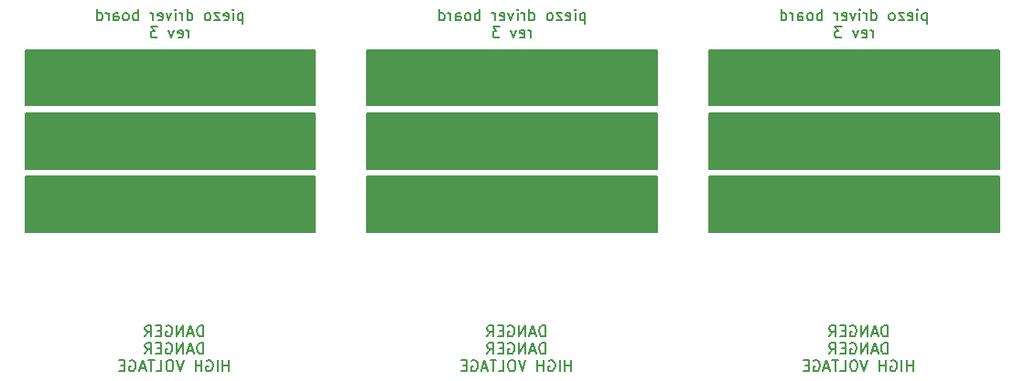
<source format=gbr>
%TF.GenerationSoftware,KiCad,Pcbnew,7.0.5*%
%TF.CreationDate,2023-07-03T18:09:17+02:00*%
%TF.ProjectId,actuator_panel,61637475-6174-46f7-925f-70616e656c2e,rev?*%
%TF.SameCoordinates,Original*%
%TF.FileFunction,Legend,Bot*%
%TF.FilePolarity,Positive*%
%FSLAX46Y46*%
G04 Gerber Fmt 4.6, Leading zero omitted, Abs format (unit mm)*
G04 Created by KiCad (PCBNEW 7.0.5) date 2023-07-03 18:09:17*
%MOMM*%
%LPD*%
G01*
G04 APERTURE LIST*
%ADD10C,0.150000*%
G04 APERTURE END LIST*
D10*
X166525000Y-45000000D02*
X193325000Y-45000000D01*
X193325000Y-50100000D01*
X166525000Y-50100000D01*
X166525000Y-45000000D01*
G36*
X166525000Y-45000000D02*
G01*
X193325000Y-45000000D01*
X193325000Y-50100000D01*
X166525000Y-50100000D01*
X166525000Y-45000000D01*
G37*
X134875000Y-33300000D02*
X161675000Y-33300000D01*
X161675000Y-38400000D01*
X134875000Y-38400000D01*
X134875000Y-33300000D01*
G36*
X134875000Y-33300000D02*
G01*
X161675000Y-33300000D01*
X161675000Y-38400000D01*
X134875000Y-38400000D01*
X134875000Y-33300000D01*
G37*
X103225000Y-45000000D02*
X130025000Y-45000000D01*
X130025000Y-50100000D01*
X103225000Y-50100000D01*
X103225000Y-45000000D01*
G36*
X103225000Y-45000000D02*
G01*
X130025000Y-45000000D01*
X130025000Y-50100000D01*
X103225000Y-50100000D01*
X103225000Y-45000000D01*
G37*
X103225000Y-33300000D02*
X130025000Y-33300000D01*
X130025000Y-38400000D01*
X103225000Y-38400000D01*
X103225000Y-33300000D01*
G36*
X103225000Y-33300000D02*
G01*
X130025000Y-33300000D01*
X130025000Y-38400000D01*
X103225000Y-38400000D01*
X103225000Y-33300000D01*
G37*
X134875000Y-45000000D02*
X161675000Y-45000000D01*
X161675000Y-50100000D01*
X134875000Y-50100000D01*
X134875000Y-45000000D01*
G36*
X134875000Y-45000000D02*
G01*
X161675000Y-45000000D01*
X161675000Y-50100000D01*
X134875000Y-50100000D01*
X134875000Y-45000000D01*
G37*
X166525000Y-33300000D02*
X193325000Y-33300000D01*
X193325000Y-38400000D01*
X166525000Y-38400000D01*
X166525000Y-33300000D01*
G36*
X166525000Y-33300000D02*
G01*
X193325000Y-33300000D01*
X193325000Y-38400000D01*
X166525000Y-38400000D01*
X166525000Y-33300000D01*
G37*
X103225000Y-39150000D02*
X130025000Y-39150000D01*
X130025000Y-44250000D01*
X103225000Y-44250000D01*
X103225000Y-39150000D01*
G36*
X103225000Y-39150000D02*
G01*
X130025000Y-39150000D01*
X130025000Y-44250000D01*
X103225000Y-44250000D01*
X103225000Y-39150000D01*
G37*
X134875000Y-39150000D02*
X161675000Y-39150000D01*
X161675000Y-44250000D01*
X134875000Y-44250000D01*
X134875000Y-39150000D01*
G36*
X134875000Y-39150000D02*
G01*
X161675000Y-39150000D01*
X161675000Y-44250000D01*
X134875000Y-44250000D01*
X134875000Y-39150000D01*
G37*
X166525000Y-39150000D02*
X193325000Y-39150000D01*
X193325000Y-44250000D01*
X166525000Y-44250000D01*
X166525000Y-39150000D01*
G36*
X166525000Y-39150000D02*
G01*
X193325000Y-39150000D01*
X193325000Y-44250000D01*
X166525000Y-44250000D01*
X166525000Y-39150000D01*
G37*
X119691666Y-59794819D02*
X119691666Y-58794819D01*
X119691666Y-58794819D02*
X119453571Y-58794819D01*
X119453571Y-58794819D02*
X119310714Y-58842438D01*
X119310714Y-58842438D02*
X119215476Y-58937676D01*
X119215476Y-58937676D02*
X119167857Y-59032914D01*
X119167857Y-59032914D02*
X119120238Y-59223390D01*
X119120238Y-59223390D02*
X119120238Y-59366247D01*
X119120238Y-59366247D02*
X119167857Y-59556723D01*
X119167857Y-59556723D02*
X119215476Y-59651961D01*
X119215476Y-59651961D02*
X119310714Y-59747200D01*
X119310714Y-59747200D02*
X119453571Y-59794819D01*
X119453571Y-59794819D02*
X119691666Y-59794819D01*
X118739285Y-59509104D02*
X118263095Y-59509104D01*
X118834523Y-59794819D02*
X118501190Y-58794819D01*
X118501190Y-58794819D02*
X118167857Y-59794819D01*
X117834523Y-59794819D02*
X117834523Y-58794819D01*
X117834523Y-58794819D02*
X117263095Y-59794819D01*
X117263095Y-59794819D02*
X117263095Y-58794819D01*
X116263095Y-58842438D02*
X116358333Y-58794819D01*
X116358333Y-58794819D02*
X116501190Y-58794819D01*
X116501190Y-58794819D02*
X116644047Y-58842438D01*
X116644047Y-58842438D02*
X116739285Y-58937676D01*
X116739285Y-58937676D02*
X116786904Y-59032914D01*
X116786904Y-59032914D02*
X116834523Y-59223390D01*
X116834523Y-59223390D02*
X116834523Y-59366247D01*
X116834523Y-59366247D02*
X116786904Y-59556723D01*
X116786904Y-59556723D02*
X116739285Y-59651961D01*
X116739285Y-59651961D02*
X116644047Y-59747200D01*
X116644047Y-59747200D02*
X116501190Y-59794819D01*
X116501190Y-59794819D02*
X116405952Y-59794819D01*
X116405952Y-59794819D02*
X116263095Y-59747200D01*
X116263095Y-59747200D02*
X116215476Y-59699580D01*
X116215476Y-59699580D02*
X116215476Y-59366247D01*
X116215476Y-59366247D02*
X116405952Y-59366247D01*
X115786904Y-59271009D02*
X115453571Y-59271009D01*
X115310714Y-59794819D02*
X115786904Y-59794819D01*
X115786904Y-59794819D02*
X115786904Y-58794819D01*
X115786904Y-58794819D02*
X115310714Y-58794819D01*
X114310714Y-59794819D02*
X114644047Y-59318628D01*
X114882142Y-59794819D02*
X114882142Y-58794819D01*
X114882142Y-58794819D02*
X114501190Y-58794819D01*
X114501190Y-58794819D02*
X114405952Y-58842438D01*
X114405952Y-58842438D02*
X114358333Y-58890057D01*
X114358333Y-58890057D02*
X114310714Y-58985295D01*
X114310714Y-58985295D02*
X114310714Y-59128152D01*
X114310714Y-59128152D02*
X114358333Y-59223390D01*
X114358333Y-59223390D02*
X114405952Y-59271009D01*
X114405952Y-59271009D02*
X114501190Y-59318628D01*
X114501190Y-59318628D02*
X114882142Y-59318628D01*
X119691666Y-61404819D02*
X119691666Y-60404819D01*
X119691666Y-60404819D02*
X119453571Y-60404819D01*
X119453571Y-60404819D02*
X119310714Y-60452438D01*
X119310714Y-60452438D02*
X119215476Y-60547676D01*
X119215476Y-60547676D02*
X119167857Y-60642914D01*
X119167857Y-60642914D02*
X119120238Y-60833390D01*
X119120238Y-60833390D02*
X119120238Y-60976247D01*
X119120238Y-60976247D02*
X119167857Y-61166723D01*
X119167857Y-61166723D02*
X119215476Y-61261961D01*
X119215476Y-61261961D02*
X119310714Y-61357200D01*
X119310714Y-61357200D02*
X119453571Y-61404819D01*
X119453571Y-61404819D02*
X119691666Y-61404819D01*
X118739285Y-61119104D02*
X118263095Y-61119104D01*
X118834523Y-61404819D02*
X118501190Y-60404819D01*
X118501190Y-60404819D02*
X118167857Y-61404819D01*
X117834523Y-61404819D02*
X117834523Y-60404819D01*
X117834523Y-60404819D02*
X117263095Y-61404819D01*
X117263095Y-61404819D02*
X117263095Y-60404819D01*
X116263095Y-60452438D02*
X116358333Y-60404819D01*
X116358333Y-60404819D02*
X116501190Y-60404819D01*
X116501190Y-60404819D02*
X116644047Y-60452438D01*
X116644047Y-60452438D02*
X116739285Y-60547676D01*
X116739285Y-60547676D02*
X116786904Y-60642914D01*
X116786904Y-60642914D02*
X116834523Y-60833390D01*
X116834523Y-60833390D02*
X116834523Y-60976247D01*
X116834523Y-60976247D02*
X116786904Y-61166723D01*
X116786904Y-61166723D02*
X116739285Y-61261961D01*
X116739285Y-61261961D02*
X116644047Y-61357200D01*
X116644047Y-61357200D02*
X116501190Y-61404819D01*
X116501190Y-61404819D02*
X116405952Y-61404819D01*
X116405952Y-61404819D02*
X116263095Y-61357200D01*
X116263095Y-61357200D02*
X116215476Y-61309580D01*
X116215476Y-61309580D02*
X116215476Y-60976247D01*
X116215476Y-60976247D02*
X116405952Y-60976247D01*
X115786904Y-60881009D02*
X115453571Y-60881009D01*
X115310714Y-61404819D02*
X115786904Y-61404819D01*
X115786904Y-61404819D02*
X115786904Y-60404819D01*
X115786904Y-60404819D02*
X115310714Y-60404819D01*
X114310714Y-61404819D02*
X114644047Y-60928628D01*
X114882142Y-61404819D02*
X114882142Y-60404819D01*
X114882142Y-60404819D02*
X114501190Y-60404819D01*
X114501190Y-60404819D02*
X114405952Y-60452438D01*
X114405952Y-60452438D02*
X114358333Y-60500057D01*
X114358333Y-60500057D02*
X114310714Y-60595295D01*
X114310714Y-60595295D02*
X114310714Y-60738152D01*
X114310714Y-60738152D02*
X114358333Y-60833390D01*
X114358333Y-60833390D02*
X114405952Y-60881009D01*
X114405952Y-60881009D02*
X114501190Y-60928628D01*
X114501190Y-60928628D02*
X114882142Y-60928628D01*
X122072618Y-63014819D02*
X122072618Y-62014819D01*
X122072618Y-62491009D02*
X121501190Y-62491009D01*
X121501190Y-63014819D02*
X121501190Y-62014819D01*
X121024999Y-63014819D02*
X121024999Y-62014819D01*
X120025000Y-62062438D02*
X120120238Y-62014819D01*
X120120238Y-62014819D02*
X120263095Y-62014819D01*
X120263095Y-62014819D02*
X120405952Y-62062438D01*
X120405952Y-62062438D02*
X120501190Y-62157676D01*
X120501190Y-62157676D02*
X120548809Y-62252914D01*
X120548809Y-62252914D02*
X120596428Y-62443390D01*
X120596428Y-62443390D02*
X120596428Y-62586247D01*
X120596428Y-62586247D02*
X120548809Y-62776723D01*
X120548809Y-62776723D02*
X120501190Y-62871961D01*
X120501190Y-62871961D02*
X120405952Y-62967200D01*
X120405952Y-62967200D02*
X120263095Y-63014819D01*
X120263095Y-63014819D02*
X120167857Y-63014819D01*
X120167857Y-63014819D02*
X120025000Y-62967200D01*
X120025000Y-62967200D02*
X119977381Y-62919580D01*
X119977381Y-62919580D02*
X119977381Y-62586247D01*
X119977381Y-62586247D02*
X120167857Y-62586247D01*
X119548809Y-63014819D02*
X119548809Y-62014819D01*
X119548809Y-62491009D02*
X118977381Y-62491009D01*
X118977381Y-63014819D02*
X118977381Y-62014819D01*
X117882142Y-62014819D02*
X117548809Y-63014819D01*
X117548809Y-63014819D02*
X117215476Y-62014819D01*
X116691666Y-62014819D02*
X116501190Y-62014819D01*
X116501190Y-62014819D02*
X116405952Y-62062438D01*
X116405952Y-62062438D02*
X116310714Y-62157676D01*
X116310714Y-62157676D02*
X116263095Y-62348152D01*
X116263095Y-62348152D02*
X116263095Y-62681485D01*
X116263095Y-62681485D02*
X116310714Y-62871961D01*
X116310714Y-62871961D02*
X116405952Y-62967200D01*
X116405952Y-62967200D02*
X116501190Y-63014819D01*
X116501190Y-63014819D02*
X116691666Y-63014819D01*
X116691666Y-63014819D02*
X116786904Y-62967200D01*
X116786904Y-62967200D02*
X116882142Y-62871961D01*
X116882142Y-62871961D02*
X116929761Y-62681485D01*
X116929761Y-62681485D02*
X116929761Y-62348152D01*
X116929761Y-62348152D02*
X116882142Y-62157676D01*
X116882142Y-62157676D02*
X116786904Y-62062438D01*
X116786904Y-62062438D02*
X116691666Y-62014819D01*
X115358333Y-63014819D02*
X115834523Y-63014819D01*
X115834523Y-63014819D02*
X115834523Y-62014819D01*
X115167856Y-62014819D02*
X114596428Y-62014819D01*
X114882142Y-63014819D02*
X114882142Y-62014819D01*
X114310713Y-62729104D02*
X113834523Y-62729104D01*
X114405951Y-63014819D02*
X114072618Y-62014819D01*
X114072618Y-62014819D02*
X113739285Y-63014819D01*
X112882142Y-62062438D02*
X112977380Y-62014819D01*
X112977380Y-62014819D02*
X113120237Y-62014819D01*
X113120237Y-62014819D02*
X113263094Y-62062438D01*
X113263094Y-62062438D02*
X113358332Y-62157676D01*
X113358332Y-62157676D02*
X113405951Y-62252914D01*
X113405951Y-62252914D02*
X113453570Y-62443390D01*
X113453570Y-62443390D02*
X113453570Y-62586247D01*
X113453570Y-62586247D02*
X113405951Y-62776723D01*
X113405951Y-62776723D02*
X113358332Y-62871961D01*
X113358332Y-62871961D02*
X113263094Y-62967200D01*
X113263094Y-62967200D02*
X113120237Y-63014819D01*
X113120237Y-63014819D02*
X113024999Y-63014819D01*
X113024999Y-63014819D02*
X112882142Y-62967200D01*
X112882142Y-62967200D02*
X112834523Y-62919580D01*
X112834523Y-62919580D02*
X112834523Y-62586247D01*
X112834523Y-62586247D02*
X113024999Y-62586247D01*
X112405951Y-62491009D02*
X112072618Y-62491009D01*
X111929761Y-63014819D02*
X112405951Y-63014819D01*
X112405951Y-63014819D02*
X112405951Y-62014819D01*
X112405951Y-62014819D02*
X111929761Y-62014819D01*
X182991666Y-59794819D02*
X182991666Y-58794819D01*
X182991666Y-58794819D02*
X182753571Y-58794819D01*
X182753571Y-58794819D02*
X182610714Y-58842438D01*
X182610714Y-58842438D02*
X182515476Y-58937676D01*
X182515476Y-58937676D02*
X182467857Y-59032914D01*
X182467857Y-59032914D02*
X182420238Y-59223390D01*
X182420238Y-59223390D02*
X182420238Y-59366247D01*
X182420238Y-59366247D02*
X182467857Y-59556723D01*
X182467857Y-59556723D02*
X182515476Y-59651961D01*
X182515476Y-59651961D02*
X182610714Y-59747200D01*
X182610714Y-59747200D02*
X182753571Y-59794819D01*
X182753571Y-59794819D02*
X182991666Y-59794819D01*
X182039285Y-59509104D02*
X181563095Y-59509104D01*
X182134523Y-59794819D02*
X181801190Y-58794819D01*
X181801190Y-58794819D02*
X181467857Y-59794819D01*
X181134523Y-59794819D02*
X181134523Y-58794819D01*
X181134523Y-58794819D02*
X180563095Y-59794819D01*
X180563095Y-59794819D02*
X180563095Y-58794819D01*
X179563095Y-58842438D02*
X179658333Y-58794819D01*
X179658333Y-58794819D02*
X179801190Y-58794819D01*
X179801190Y-58794819D02*
X179944047Y-58842438D01*
X179944047Y-58842438D02*
X180039285Y-58937676D01*
X180039285Y-58937676D02*
X180086904Y-59032914D01*
X180086904Y-59032914D02*
X180134523Y-59223390D01*
X180134523Y-59223390D02*
X180134523Y-59366247D01*
X180134523Y-59366247D02*
X180086904Y-59556723D01*
X180086904Y-59556723D02*
X180039285Y-59651961D01*
X180039285Y-59651961D02*
X179944047Y-59747200D01*
X179944047Y-59747200D02*
X179801190Y-59794819D01*
X179801190Y-59794819D02*
X179705952Y-59794819D01*
X179705952Y-59794819D02*
X179563095Y-59747200D01*
X179563095Y-59747200D02*
X179515476Y-59699580D01*
X179515476Y-59699580D02*
X179515476Y-59366247D01*
X179515476Y-59366247D02*
X179705952Y-59366247D01*
X179086904Y-59271009D02*
X178753571Y-59271009D01*
X178610714Y-59794819D02*
X179086904Y-59794819D01*
X179086904Y-59794819D02*
X179086904Y-58794819D01*
X179086904Y-58794819D02*
X178610714Y-58794819D01*
X177610714Y-59794819D02*
X177944047Y-59318628D01*
X178182142Y-59794819D02*
X178182142Y-58794819D01*
X178182142Y-58794819D02*
X177801190Y-58794819D01*
X177801190Y-58794819D02*
X177705952Y-58842438D01*
X177705952Y-58842438D02*
X177658333Y-58890057D01*
X177658333Y-58890057D02*
X177610714Y-58985295D01*
X177610714Y-58985295D02*
X177610714Y-59128152D01*
X177610714Y-59128152D02*
X177658333Y-59223390D01*
X177658333Y-59223390D02*
X177705952Y-59271009D01*
X177705952Y-59271009D02*
X177801190Y-59318628D01*
X177801190Y-59318628D02*
X178182142Y-59318628D01*
X182991666Y-61404819D02*
X182991666Y-60404819D01*
X182991666Y-60404819D02*
X182753571Y-60404819D01*
X182753571Y-60404819D02*
X182610714Y-60452438D01*
X182610714Y-60452438D02*
X182515476Y-60547676D01*
X182515476Y-60547676D02*
X182467857Y-60642914D01*
X182467857Y-60642914D02*
X182420238Y-60833390D01*
X182420238Y-60833390D02*
X182420238Y-60976247D01*
X182420238Y-60976247D02*
X182467857Y-61166723D01*
X182467857Y-61166723D02*
X182515476Y-61261961D01*
X182515476Y-61261961D02*
X182610714Y-61357200D01*
X182610714Y-61357200D02*
X182753571Y-61404819D01*
X182753571Y-61404819D02*
X182991666Y-61404819D01*
X182039285Y-61119104D02*
X181563095Y-61119104D01*
X182134523Y-61404819D02*
X181801190Y-60404819D01*
X181801190Y-60404819D02*
X181467857Y-61404819D01*
X181134523Y-61404819D02*
X181134523Y-60404819D01*
X181134523Y-60404819D02*
X180563095Y-61404819D01*
X180563095Y-61404819D02*
X180563095Y-60404819D01*
X179563095Y-60452438D02*
X179658333Y-60404819D01*
X179658333Y-60404819D02*
X179801190Y-60404819D01*
X179801190Y-60404819D02*
X179944047Y-60452438D01*
X179944047Y-60452438D02*
X180039285Y-60547676D01*
X180039285Y-60547676D02*
X180086904Y-60642914D01*
X180086904Y-60642914D02*
X180134523Y-60833390D01*
X180134523Y-60833390D02*
X180134523Y-60976247D01*
X180134523Y-60976247D02*
X180086904Y-61166723D01*
X180086904Y-61166723D02*
X180039285Y-61261961D01*
X180039285Y-61261961D02*
X179944047Y-61357200D01*
X179944047Y-61357200D02*
X179801190Y-61404819D01*
X179801190Y-61404819D02*
X179705952Y-61404819D01*
X179705952Y-61404819D02*
X179563095Y-61357200D01*
X179563095Y-61357200D02*
X179515476Y-61309580D01*
X179515476Y-61309580D02*
X179515476Y-60976247D01*
X179515476Y-60976247D02*
X179705952Y-60976247D01*
X179086904Y-60881009D02*
X178753571Y-60881009D01*
X178610714Y-61404819D02*
X179086904Y-61404819D01*
X179086904Y-61404819D02*
X179086904Y-60404819D01*
X179086904Y-60404819D02*
X178610714Y-60404819D01*
X177610714Y-61404819D02*
X177944047Y-60928628D01*
X178182142Y-61404819D02*
X178182142Y-60404819D01*
X178182142Y-60404819D02*
X177801190Y-60404819D01*
X177801190Y-60404819D02*
X177705952Y-60452438D01*
X177705952Y-60452438D02*
X177658333Y-60500057D01*
X177658333Y-60500057D02*
X177610714Y-60595295D01*
X177610714Y-60595295D02*
X177610714Y-60738152D01*
X177610714Y-60738152D02*
X177658333Y-60833390D01*
X177658333Y-60833390D02*
X177705952Y-60881009D01*
X177705952Y-60881009D02*
X177801190Y-60928628D01*
X177801190Y-60928628D02*
X178182142Y-60928628D01*
X185372618Y-63014819D02*
X185372618Y-62014819D01*
X185372618Y-62491009D02*
X184801190Y-62491009D01*
X184801190Y-63014819D02*
X184801190Y-62014819D01*
X184324999Y-63014819D02*
X184324999Y-62014819D01*
X183325000Y-62062438D02*
X183420238Y-62014819D01*
X183420238Y-62014819D02*
X183563095Y-62014819D01*
X183563095Y-62014819D02*
X183705952Y-62062438D01*
X183705952Y-62062438D02*
X183801190Y-62157676D01*
X183801190Y-62157676D02*
X183848809Y-62252914D01*
X183848809Y-62252914D02*
X183896428Y-62443390D01*
X183896428Y-62443390D02*
X183896428Y-62586247D01*
X183896428Y-62586247D02*
X183848809Y-62776723D01*
X183848809Y-62776723D02*
X183801190Y-62871961D01*
X183801190Y-62871961D02*
X183705952Y-62967200D01*
X183705952Y-62967200D02*
X183563095Y-63014819D01*
X183563095Y-63014819D02*
X183467857Y-63014819D01*
X183467857Y-63014819D02*
X183325000Y-62967200D01*
X183325000Y-62967200D02*
X183277381Y-62919580D01*
X183277381Y-62919580D02*
X183277381Y-62586247D01*
X183277381Y-62586247D02*
X183467857Y-62586247D01*
X182848809Y-63014819D02*
X182848809Y-62014819D01*
X182848809Y-62491009D02*
X182277381Y-62491009D01*
X182277381Y-63014819D02*
X182277381Y-62014819D01*
X181182142Y-62014819D02*
X180848809Y-63014819D01*
X180848809Y-63014819D02*
X180515476Y-62014819D01*
X179991666Y-62014819D02*
X179801190Y-62014819D01*
X179801190Y-62014819D02*
X179705952Y-62062438D01*
X179705952Y-62062438D02*
X179610714Y-62157676D01*
X179610714Y-62157676D02*
X179563095Y-62348152D01*
X179563095Y-62348152D02*
X179563095Y-62681485D01*
X179563095Y-62681485D02*
X179610714Y-62871961D01*
X179610714Y-62871961D02*
X179705952Y-62967200D01*
X179705952Y-62967200D02*
X179801190Y-63014819D01*
X179801190Y-63014819D02*
X179991666Y-63014819D01*
X179991666Y-63014819D02*
X180086904Y-62967200D01*
X180086904Y-62967200D02*
X180182142Y-62871961D01*
X180182142Y-62871961D02*
X180229761Y-62681485D01*
X180229761Y-62681485D02*
X180229761Y-62348152D01*
X180229761Y-62348152D02*
X180182142Y-62157676D01*
X180182142Y-62157676D02*
X180086904Y-62062438D01*
X180086904Y-62062438D02*
X179991666Y-62014819D01*
X178658333Y-63014819D02*
X179134523Y-63014819D01*
X179134523Y-63014819D02*
X179134523Y-62014819D01*
X178467856Y-62014819D02*
X177896428Y-62014819D01*
X178182142Y-63014819D02*
X178182142Y-62014819D01*
X177610713Y-62729104D02*
X177134523Y-62729104D01*
X177705951Y-63014819D02*
X177372618Y-62014819D01*
X177372618Y-62014819D02*
X177039285Y-63014819D01*
X176182142Y-62062438D02*
X176277380Y-62014819D01*
X176277380Y-62014819D02*
X176420237Y-62014819D01*
X176420237Y-62014819D02*
X176563094Y-62062438D01*
X176563094Y-62062438D02*
X176658332Y-62157676D01*
X176658332Y-62157676D02*
X176705951Y-62252914D01*
X176705951Y-62252914D02*
X176753570Y-62443390D01*
X176753570Y-62443390D02*
X176753570Y-62586247D01*
X176753570Y-62586247D02*
X176705951Y-62776723D01*
X176705951Y-62776723D02*
X176658332Y-62871961D01*
X176658332Y-62871961D02*
X176563094Y-62967200D01*
X176563094Y-62967200D02*
X176420237Y-63014819D01*
X176420237Y-63014819D02*
X176324999Y-63014819D01*
X176324999Y-63014819D02*
X176182142Y-62967200D01*
X176182142Y-62967200D02*
X176134523Y-62919580D01*
X176134523Y-62919580D02*
X176134523Y-62586247D01*
X176134523Y-62586247D02*
X176324999Y-62586247D01*
X175705951Y-62491009D02*
X175372618Y-62491009D01*
X175229761Y-63014819D02*
X175705951Y-63014819D01*
X175705951Y-63014819D02*
X175705951Y-62014819D01*
X175705951Y-62014819D02*
X175229761Y-62014819D01*
X186663095Y-29833152D02*
X186663095Y-30833152D01*
X186663095Y-29880771D02*
X186567857Y-29833152D01*
X186567857Y-29833152D02*
X186377381Y-29833152D01*
X186377381Y-29833152D02*
X186282143Y-29880771D01*
X186282143Y-29880771D02*
X186234524Y-29928390D01*
X186234524Y-29928390D02*
X186186905Y-30023628D01*
X186186905Y-30023628D02*
X186186905Y-30309342D01*
X186186905Y-30309342D02*
X186234524Y-30404580D01*
X186234524Y-30404580D02*
X186282143Y-30452200D01*
X186282143Y-30452200D02*
X186377381Y-30499819D01*
X186377381Y-30499819D02*
X186567857Y-30499819D01*
X186567857Y-30499819D02*
X186663095Y-30452200D01*
X185758333Y-30499819D02*
X185758333Y-29833152D01*
X185758333Y-29499819D02*
X185805952Y-29547438D01*
X185805952Y-29547438D02*
X185758333Y-29595057D01*
X185758333Y-29595057D02*
X185710714Y-29547438D01*
X185710714Y-29547438D02*
X185758333Y-29499819D01*
X185758333Y-29499819D02*
X185758333Y-29595057D01*
X184901191Y-30452200D02*
X184996429Y-30499819D01*
X184996429Y-30499819D02*
X185186905Y-30499819D01*
X185186905Y-30499819D02*
X185282143Y-30452200D01*
X185282143Y-30452200D02*
X185329762Y-30356961D01*
X185329762Y-30356961D02*
X185329762Y-29976009D01*
X185329762Y-29976009D02*
X185282143Y-29880771D01*
X185282143Y-29880771D02*
X185186905Y-29833152D01*
X185186905Y-29833152D02*
X184996429Y-29833152D01*
X184996429Y-29833152D02*
X184901191Y-29880771D01*
X184901191Y-29880771D02*
X184853572Y-29976009D01*
X184853572Y-29976009D02*
X184853572Y-30071247D01*
X184853572Y-30071247D02*
X185329762Y-30166485D01*
X184520238Y-29833152D02*
X183996429Y-29833152D01*
X183996429Y-29833152D02*
X184520238Y-30499819D01*
X184520238Y-30499819D02*
X183996429Y-30499819D01*
X183472619Y-30499819D02*
X183567857Y-30452200D01*
X183567857Y-30452200D02*
X183615476Y-30404580D01*
X183615476Y-30404580D02*
X183663095Y-30309342D01*
X183663095Y-30309342D02*
X183663095Y-30023628D01*
X183663095Y-30023628D02*
X183615476Y-29928390D01*
X183615476Y-29928390D02*
X183567857Y-29880771D01*
X183567857Y-29880771D02*
X183472619Y-29833152D01*
X183472619Y-29833152D02*
X183329762Y-29833152D01*
X183329762Y-29833152D02*
X183234524Y-29880771D01*
X183234524Y-29880771D02*
X183186905Y-29928390D01*
X183186905Y-29928390D02*
X183139286Y-30023628D01*
X183139286Y-30023628D02*
X183139286Y-30309342D01*
X183139286Y-30309342D02*
X183186905Y-30404580D01*
X183186905Y-30404580D02*
X183234524Y-30452200D01*
X183234524Y-30452200D02*
X183329762Y-30499819D01*
X183329762Y-30499819D02*
X183472619Y-30499819D01*
X181520238Y-30499819D02*
X181520238Y-29499819D01*
X181520238Y-30452200D02*
X181615476Y-30499819D01*
X181615476Y-30499819D02*
X181805952Y-30499819D01*
X181805952Y-30499819D02*
X181901190Y-30452200D01*
X181901190Y-30452200D02*
X181948809Y-30404580D01*
X181948809Y-30404580D02*
X181996428Y-30309342D01*
X181996428Y-30309342D02*
X181996428Y-30023628D01*
X181996428Y-30023628D02*
X181948809Y-29928390D01*
X181948809Y-29928390D02*
X181901190Y-29880771D01*
X181901190Y-29880771D02*
X181805952Y-29833152D01*
X181805952Y-29833152D02*
X181615476Y-29833152D01*
X181615476Y-29833152D02*
X181520238Y-29880771D01*
X181044047Y-30499819D02*
X181044047Y-29833152D01*
X181044047Y-30023628D02*
X180996428Y-29928390D01*
X180996428Y-29928390D02*
X180948809Y-29880771D01*
X180948809Y-29880771D02*
X180853571Y-29833152D01*
X180853571Y-29833152D02*
X180758333Y-29833152D01*
X180424999Y-30499819D02*
X180424999Y-29833152D01*
X180424999Y-29499819D02*
X180472618Y-29547438D01*
X180472618Y-29547438D02*
X180424999Y-29595057D01*
X180424999Y-29595057D02*
X180377380Y-29547438D01*
X180377380Y-29547438D02*
X180424999Y-29499819D01*
X180424999Y-29499819D02*
X180424999Y-29595057D01*
X180044047Y-29833152D02*
X179805952Y-30499819D01*
X179805952Y-30499819D02*
X179567857Y-29833152D01*
X178805952Y-30452200D02*
X178901190Y-30499819D01*
X178901190Y-30499819D02*
X179091666Y-30499819D01*
X179091666Y-30499819D02*
X179186904Y-30452200D01*
X179186904Y-30452200D02*
X179234523Y-30356961D01*
X179234523Y-30356961D02*
X179234523Y-29976009D01*
X179234523Y-29976009D02*
X179186904Y-29880771D01*
X179186904Y-29880771D02*
X179091666Y-29833152D01*
X179091666Y-29833152D02*
X178901190Y-29833152D01*
X178901190Y-29833152D02*
X178805952Y-29880771D01*
X178805952Y-29880771D02*
X178758333Y-29976009D01*
X178758333Y-29976009D02*
X178758333Y-30071247D01*
X178758333Y-30071247D02*
X179234523Y-30166485D01*
X178329761Y-30499819D02*
X178329761Y-29833152D01*
X178329761Y-30023628D02*
X178282142Y-29928390D01*
X178282142Y-29928390D02*
X178234523Y-29880771D01*
X178234523Y-29880771D02*
X178139285Y-29833152D01*
X178139285Y-29833152D02*
X178044047Y-29833152D01*
X176948808Y-30499819D02*
X176948808Y-29499819D01*
X176948808Y-29880771D02*
X176853570Y-29833152D01*
X176853570Y-29833152D02*
X176663094Y-29833152D01*
X176663094Y-29833152D02*
X176567856Y-29880771D01*
X176567856Y-29880771D02*
X176520237Y-29928390D01*
X176520237Y-29928390D02*
X176472618Y-30023628D01*
X176472618Y-30023628D02*
X176472618Y-30309342D01*
X176472618Y-30309342D02*
X176520237Y-30404580D01*
X176520237Y-30404580D02*
X176567856Y-30452200D01*
X176567856Y-30452200D02*
X176663094Y-30499819D01*
X176663094Y-30499819D02*
X176853570Y-30499819D01*
X176853570Y-30499819D02*
X176948808Y-30452200D01*
X175901189Y-30499819D02*
X175996427Y-30452200D01*
X175996427Y-30452200D02*
X176044046Y-30404580D01*
X176044046Y-30404580D02*
X176091665Y-30309342D01*
X176091665Y-30309342D02*
X176091665Y-30023628D01*
X176091665Y-30023628D02*
X176044046Y-29928390D01*
X176044046Y-29928390D02*
X175996427Y-29880771D01*
X175996427Y-29880771D02*
X175901189Y-29833152D01*
X175901189Y-29833152D02*
X175758332Y-29833152D01*
X175758332Y-29833152D02*
X175663094Y-29880771D01*
X175663094Y-29880771D02*
X175615475Y-29928390D01*
X175615475Y-29928390D02*
X175567856Y-30023628D01*
X175567856Y-30023628D02*
X175567856Y-30309342D01*
X175567856Y-30309342D02*
X175615475Y-30404580D01*
X175615475Y-30404580D02*
X175663094Y-30452200D01*
X175663094Y-30452200D02*
X175758332Y-30499819D01*
X175758332Y-30499819D02*
X175901189Y-30499819D01*
X174710713Y-30499819D02*
X174710713Y-29976009D01*
X174710713Y-29976009D02*
X174758332Y-29880771D01*
X174758332Y-29880771D02*
X174853570Y-29833152D01*
X174853570Y-29833152D02*
X175044046Y-29833152D01*
X175044046Y-29833152D02*
X175139284Y-29880771D01*
X174710713Y-30452200D02*
X174805951Y-30499819D01*
X174805951Y-30499819D02*
X175044046Y-30499819D01*
X175044046Y-30499819D02*
X175139284Y-30452200D01*
X175139284Y-30452200D02*
X175186903Y-30356961D01*
X175186903Y-30356961D02*
X175186903Y-30261723D01*
X175186903Y-30261723D02*
X175139284Y-30166485D01*
X175139284Y-30166485D02*
X175044046Y-30118866D01*
X175044046Y-30118866D02*
X174805951Y-30118866D01*
X174805951Y-30118866D02*
X174710713Y-30071247D01*
X174234522Y-30499819D02*
X174234522Y-29833152D01*
X174234522Y-30023628D02*
X174186903Y-29928390D01*
X174186903Y-29928390D02*
X174139284Y-29880771D01*
X174139284Y-29880771D02*
X174044046Y-29833152D01*
X174044046Y-29833152D02*
X173948808Y-29833152D01*
X173186903Y-30499819D02*
X173186903Y-29499819D01*
X173186903Y-30452200D02*
X173282141Y-30499819D01*
X173282141Y-30499819D02*
X173472617Y-30499819D01*
X173472617Y-30499819D02*
X173567855Y-30452200D01*
X173567855Y-30452200D02*
X173615474Y-30404580D01*
X173615474Y-30404580D02*
X173663093Y-30309342D01*
X173663093Y-30309342D02*
X173663093Y-30023628D01*
X173663093Y-30023628D02*
X173615474Y-29928390D01*
X173615474Y-29928390D02*
X173567855Y-29880771D01*
X173567855Y-29880771D02*
X173472617Y-29833152D01*
X173472617Y-29833152D02*
X173282141Y-29833152D01*
X173282141Y-29833152D02*
X173186903Y-29880771D01*
X181663095Y-32109819D02*
X181663095Y-31443152D01*
X181663095Y-31633628D02*
X181615476Y-31538390D01*
X181615476Y-31538390D02*
X181567857Y-31490771D01*
X181567857Y-31490771D02*
X181472619Y-31443152D01*
X181472619Y-31443152D02*
X181377381Y-31443152D01*
X180663095Y-32062200D02*
X180758333Y-32109819D01*
X180758333Y-32109819D02*
X180948809Y-32109819D01*
X180948809Y-32109819D02*
X181044047Y-32062200D01*
X181044047Y-32062200D02*
X181091666Y-31966961D01*
X181091666Y-31966961D02*
X181091666Y-31586009D01*
X181091666Y-31586009D02*
X181044047Y-31490771D01*
X181044047Y-31490771D02*
X180948809Y-31443152D01*
X180948809Y-31443152D02*
X180758333Y-31443152D01*
X180758333Y-31443152D02*
X180663095Y-31490771D01*
X180663095Y-31490771D02*
X180615476Y-31586009D01*
X180615476Y-31586009D02*
X180615476Y-31681247D01*
X180615476Y-31681247D02*
X181091666Y-31776485D01*
X180282142Y-31443152D02*
X180044047Y-32109819D01*
X180044047Y-32109819D02*
X179805952Y-31443152D01*
X178758332Y-31109819D02*
X178139285Y-31109819D01*
X178139285Y-31109819D02*
X178472618Y-31490771D01*
X178472618Y-31490771D02*
X178329761Y-31490771D01*
X178329761Y-31490771D02*
X178234523Y-31538390D01*
X178234523Y-31538390D02*
X178186904Y-31586009D01*
X178186904Y-31586009D02*
X178139285Y-31681247D01*
X178139285Y-31681247D02*
X178139285Y-31919342D01*
X178139285Y-31919342D02*
X178186904Y-32014580D01*
X178186904Y-32014580D02*
X178234523Y-32062200D01*
X178234523Y-32062200D02*
X178329761Y-32109819D01*
X178329761Y-32109819D02*
X178615475Y-32109819D01*
X178615475Y-32109819D02*
X178710713Y-32062200D01*
X178710713Y-32062200D02*
X178758332Y-32014580D01*
X151341666Y-59794819D02*
X151341666Y-58794819D01*
X151341666Y-58794819D02*
X151103571Y-58794819D01*
X151103571Y-58794819D02*
X150960714Y-58842438D01*
X150960714Y-58842438D02*
X150865476Y-58937676D01*
X150865476Y-58937676D02*
X150817857Y-59032914D01*
X150817857Y-59032914D02*
X150770238Y-59223390D01*
X150770238Y-59223390D02*
X150770238Y-59366247D01*
X150770238Y-59366247D02*
X150817857Y-59556723D01*
X150817857Y-59556723D02*
X150865476Y-59651961D01*
X150865476Y-59651961D02*
X150960714Y-59747200D01*
X150960714Y-59747200D02*
X151103571Y-59794819D01*
X151103571Y-59794819D02*
X151341666Y-59794819D01*
X150389285Y-59509104D02*
X149913095Y-59509104D01*
X150484523Y-59794819D02*
X150151190Y-58794819D01*
X150151190Y-58794819D02*
X149817857Y-59794819D01*
X149484523Y-59794819D02*
X149484523Y-58794819D01*
X149484523Y-58794819D02*
X148913095Y-59794819D01*
X148913095Y-59794819D02*
X148913095Y-58794819D01*
X147913095Y-58842438D02*
X148008333Y-58794819D01*
X148008333Y-58794819D02*
X148151190Y-58794819D01*
X148151190Y-58794819D02*
X148294047Y-58842438D01*
X148294047Y-58842438D02*
X148389285Y-58937676D01*
X148389285Y-58937676D02*
X148436904Y-59032914D01*
X148436904Y-59032914D02*
X148484523Y-59223390D01*
X148484523Y-59223390D02*
X148484523Y-59366247D01*
X148484523Y-59366247D02*
X148436904Y-59556723D01*
X148436904Y-59556723D02*
X148389285Y-59651961D01*
X148389285Y-59651961D02*
X148294047Y-59747200D01*
X148294047Y-59747200D02*
X148151190Y-59794819D01*
X148151190Y-59794819D02*
X148055952Y-59794819D01*
X148055952Y-59794819D02*
X147913095Y-59747200D01*
X147913095Y-59747200D02*
X147865476Y-59699580D01*
X147865476Y-59699580D02*
X147865476Y-59366247D01*
X147865476Y-59366247D02*
X148055952Y-59366247D01*
X147436904Y-59271009D02*
X147103571Y-59271009D01*
X146960714Y-59794819D02*
X147436904Y-59794819D01*
X147436904Y-59794819D02*
X147436904Y-58794819D01*
X147436904Y-58794819D02*
X146960714Y-58794819D01*
X145960714Y-59794819D02*
X146294047Y-59318628D01*
X146532142Y-59794819D02*
X146532142Y-58794819D01*
X146532142Y-58794819D02*
X146151190Y-58794819D01*
X146151190Y-58794819D02*
X146055952Y-58842438D01*
X146055952Y-58842438D02*
X146008333Y-58890057D01*
X146008333Y-58890057D02*
X145960714Y-58985295D01*
X145960714Y-58985295D02*
X145960714Y-59128152D01*
X145960714Y-59128152D02*
X146008333Y-59223390D01*
X146008333Y-59223390D02*
X146055952Y-59271009D01*
X146055952Y-59271009D02*
X146151190Y-59318628D01*
X146151190Y-59318628D02*
X146532142Y-59318628D01*
X151341666Y-61404819D02*
X151341666Y-60404819D01*
X151341666Y-60404819D02*
X151103571Y-60404819D01*
X151103571Y-60404819D02*
X150960714Y-60452438D01*
X150960714Y-60452438D02*
X150865476Y-60547676D01*
X150865476Y-60547676D02*
X150817857Y-60642914D01*
X150817857Y-60642914D02*
X150770238Y-60833390D01*
X150770238Y-60833390D02*
X150770238Y-60976247D01*
X150770238Y-60976247D02*
X150817857Y-61166723D01*
X150817857Y-61166723D02*
X150865476Y-61261961D01*
X150865476Y-61261961D02*
X150960714Y-61357200D01*
X150960714Y-61357200D02*
X151103571Y-61404819D01*
X151103571Y-61404819D02*
X151341666Y-61404819D01*
X150389285Y-61119104D02*
X149913095Y-61119104D01*
X150484523Y-61404819D02*
X150151190Y-60404819D01*
X150151190Y-60404819D02*
X149817857Y-61404819D01*
X149484523Y-61404819D02*
X149484523Y-60404819D01*
X149484523Y-60404819D02*
X148913095Y-61404819D01*
X148913095Y-61404819D02*
X148913095Y-60404819D01*
X147913095Y-60452438D02*
X148008333Y-60404819D01*
X148008333Y-60404819D02*
X148151190Y-60404819D01*
X148151190Y-60404819D02*
X148294047Y-60452438D01*
X148294047Y-60452438D02*
X148389285Y-60547676D01*
X148389285Y-60547676D02*
X148436904Y-60642914D01*
X148436904Y-60642914D02*
X148484523Y-60833390D01*
X148484523Y-60833390D02*
X148484523Y-60976247D01*
X148484523Y-60976247D02*
X148436904Y-61166723D01*
X148436904Y-61166723D02*
X148389285Y-61261961D01*
X148389285Y-61261961D02*
X148294047Y-61357200D01*
X148294047Y-61357200D02*
X148151190Y-61404819D01*
X148151190Y-61404819D02*
X148055952Y-61404819D01*
X148055952Y-61404819D02*
X147913095Y-61357200D01*
X147913095Y-61357200D02*
X147865476Y-61309580D01*
X147865476Y-61309580D02*
X147865476Y-60976247D01*
X147865476Y-60976247D02*
X148055952Y-60976247D01*
X147436904Y-60881009D02*
X147103571Y-60881009D01*
X146960714Y-61404819D02*
X147436904Y-61404819D01*
X147436904Y-61404819D02*
X147436904Y-60404819D01*
X147436904Y-60404819D02*
X146960714Y-60404819D01*
X145960714Y-61404819D02*
X146294047Y-60928628D01*
X146532142Y-61404819D02*
X146532142Y-60404819D01*
X146532142Y-60404819D02*
X146151190Y-60404819D01*
X146151190Y-60404819D02*
X146055952Y-60452438D01*
X146055952Y-60452438D02*
X146008333Y-60500057D01*
X146008333Y-60500057D02*
X145960714Y-60595295D01*
X145960714Y-60595295D02*
X145960714Y-60738152D01*
X145960714Y-60738152D02*
X146008333Y-60833390D01*
X146008333Y-60833390D02*
X146055952Y-60881009D01*
X146055952Y-60881009D02*
X146151190Y-60928628D01*
X146151190Y-60928628D02*
X146532142Y-60928628D01*
X153722618Y-63014819D02*
X153722618Y-62014819D01*
X153722618Y-62491009D02*
X153151190Y-62491009D01*
X153151190Y-63014819D02*
X153151190Y-62014819D01*
X152674999Y-63014819D02*
X152674999Y-62014819D01*
X151675000Y-62062438D02*
X151770238Y-62014819D01*
X151770238Y-62014819D02*
X151913095Y-62014819D01*
X151913095Y-62014819D02*
X152055952Y-62062438D01*
X152055952Y-62062438D02*
X152151190Y-62157676D01*
X152151190Y-62157676D02*
X152198809Y-62252914D01*
X152198809Y-62252914D02*
X152246428Y-62443390D01*
X152246428Y-62443390D02*
X152246428Y-62586247D01*
X152246428Y-62586247D02*
X152198809Y-62776723D01*
X152198809Y-62776723D02*
X152151190Y-62871961D01*
X152151190Y-62871961D02*
X152055952Y-62967200D01*
X152055952Y-62967200D02*
X151913095Y-63014819D01*
X151913095Y-63014819D02*
X151817857Y-63014819D01*
X151817857Y-63014819D02*
X151675000Y-62967200D01*
X151675000Y-62967200D02*
X151627381Y-62919580D01*
X151627381Y-62919580D02*
X151627381Y-62586247D01*
X151627381Y-62586247D02*
X151817857Y-62586247D01*
X151198809Y-63014819D02*
X151198809Y-62014819D01*
X151198809Y-62491009D02*
X150627381Y-62491009D01*
X150627381Y-63014819D02*
X150627381Y-62014819D01*
X149532142Y-62014819D02*
X149198809Y-63014819D01*
X149198809Y-63014819D02*
X148865476Y-62014819D01*
X148341666Y-62014819D02*
X148151190Y-62014819D01*
X148151190Y-62014819D02*
X148055952Y-62062438D01*
X148055952Y-62062438D02*
X147960714Y-62157676D01*
X147960714Y-62157676D02*
X147913095Y-62348152D01*
X147913095Y-62348152D02*
X147913095Y-62681485D01*
X147913095Y-62681485D02*
X147960714Y-62871961D01*
X147960714Y-62871961D02*
X148055952Y-62967200D01*
X148055952Y-62967200D02*
X148151190Y-63014819D01*
X148151190Y-63014819D02*
X148341666Y-63014819D01*
X148341666Y-63014819D02*
X148436904Y-62967200D01*
X148436904Y-62967200D02*
X148532142Y-62871961D01*
X148532142Y-62871961D02*
X148579761Y-62681485D01*
X148579761Y-62681485D02*
X148579761Y-62348152D01*
X148579761Y-62348152D02*
X148532142Y-62157676D01*
X148532142Y-62157676D02*
X148436904Y-62062438D01*
X148436904Y-62062438D02*
X148341666Y-62014819D01*
X147008333Y-63014819D02*
X147484523Y-63014819D01*
X147484523Y-63014819D02*
X147484523Y-62014819D01*
X146817856Y-62014819D02*
X146246428Y-62014819D01*
X146532142Y-63014819D02*
X146532142Y-62014819D01*
X145960713Y-62729104D02*
X145484523Y-62729104D01*
X146055951Y-63014819D02*
X145722618Y-62014819D01*
X145722618Y-62014819D02*
X145389285Y-63014819D01*
X144532142Y-62062438D02*
X144627380Y-62014819D01*
X144627380Y-62014819D02*
X144770237Y-62014819D01*
X144770237Y-62014819D02*
X144913094Y-62062438D01*
X144913094Y-62062438D02*
X145008332Y-62157676D01*
X145008332Y-62157676D02*
X145055951Y-62252914D01*
X145055951Y-62252914D02*
X145103570Y-62443390D01*
X145103570Y-62443390D02*
X145103570Y-62586247D01*
X145103570Y-62586247D02*
X145055951Y-62776723D01*
X145055951Y-62776723D02*
X145008332Y-62871961D01*
X145008332Y-62871961D02*
X144913094Y-62967200D01*
X144913094Y-62967200D02*
X144770237Y-63014819D01*
X144770237Y-63014819D02*
X144674999Y-63014819D01*
X144674999Y-63014819D02*
X144532142Y-62967200D01*
X144532142Y-62967200D02*
X144484523Y-62919580D01*
X144484523Y-62919580D02*
X144484523Y-62586247D01*
X144484523Y-62586247D02*
X144674999Y-62586247D01*
X144055951Y-62491009D02*
X143722618Y-62491009D01*
X143579761Y-63014819D02*
X144055951Y-63014819D01*
X144055951Y-63014819D02*
X144055951Y-62014819D01*
X144055951Y-62014819D02*
X143579761Y-62014819D01*
X155013095Y-29833152D02*
X155013095Y-30833152D01*
X155013095Y-29880771D02*
X154917857Y-29833152D01*
X154917857Y-29833152D02*
X154727381Y-29833152D01*
X154727381Y-29833152D02*
X154632143Y-29880771D01*
X154632143Y-29880771D02*
X154584524Y-29928390D01*
X154584524Y-29928390D02*
X154536905Y-30023628D01*
X154536905Y-30023628D02*
X154536905Y-30309342D01*
X154536905Y-30309342D02*
X154584524Y-30404580D01*
X154584524Y-30404580D02*
X154632143Y-30452200D01*
X154632143Y-30452200D02*
X154727381Y-30499819D01*
X154727381Y-30499819D02*
X154917857Y-30499819D01*
X154917857Y-30499819D02*
X155013095Y-30452200D01*
X154108333Y-30499819D02*
X154108333Y-29833152D01*
X154108333Y-29499819D02*
X154155952Y-29547438D01*
X154155952Y-29547438D02*
X154108333Y-29595057D01*
X154108333Y-29595057D02*
X154060714Y-29547438D01*
X154060714Y-29547438D02*
X154108333Y-29499819D01*
X154108333Y-29499819D02*
X154108333Y-29595057D01*
X153251191Y-30452200D02*
X153346429Y-30499819D01*
X153346429Y-30499819D02*
X153536905Y-30499819D01*
X153536905Y-30499819D02*
X153632143Y-30452200D01*
X153632143Y-30452200D02*
X153679762Y-30356961D01*
X153679762Y-30356961D02*
X153679762Y-29976009D01*
X153679762Y-29976009D02*
X153632143Y-29880771D01*
X153632143Y-29880771D02*
X153536905Y-29833152D01*
X153536905Y-29833152D02*
X153346429Y-29833152D01*
X153346429Y-29833152D02*
X153251191Y-29880771D01*
X153251191Y-29880771D02*
X153203572Y-29976009D01*
X153203572Y-29976009D02*
X153203572Y-30071247D01*
X153203572Y-30071247D02*
X153679762Y-30166485D01*
X152870238Y-29833152D02*
X152346429Y-29833152D01*
X152346429Y-29833152D02*
X152870238Y-30499819D01*
X152870238Y-30499819D02*
X152346429Y-30499819D01*
X151822619Y-30499819D02*
X151917857Y-30452200D01*
X151917857Y-30452200D02*
X151965476Y-30404580D01*
X151965476Y-30404580D02*
X152013095Y-30309342D01*
X152013095Y-30309342D02*
X152013095Y-30023628D01*
X152013095Y-30023628D02*
X151965476Y-29928390D01*
X151965476Y-29928390D02*
X151917857Y-29880771D01*
X151917857Y-29880771D02*
X151822619Y-29833152D01*
X151822619Y-29833152D02*
X151679762Y-29833152D01*
X151679762Y-29833152D02*
X151584524Y-29880771D01*
X151584524Y-29880771D02*
X151536905Y-29928390D01*
X151536905Y-29928390D02*
X151489286Y-30023628D01*
X151489286Y-30023628D02*
X151489286Y-30309342D01*
X151489286Y-30309342D02*
X151536905Y-30404580D01*
X151536905Y-30404580D02*
X151584524Y-30452200D01*
X151584524Y-30452200D02*
X151679762Y-30499819D01*
X151679762Y-30499819D02*
X151822619Y-30499819D01*
X149870238Y-30499819D02*
X149870238Y-29499819D01*
X149870238Y-30452200D02*
X149965476Y-30499819D01*
X149965476Y-30499819D02*
X150155952Y-30499819D01*
X150155952Y-30499819D02*
X150251190Y-30452200D01*
X150251190Y-30452200D02*
X150298809Y-30404580D01*
X150298809Y-30404580D02*
X150346428Y-30309342D01*
X150346428Y-30309342D02*
X150346428Y-30023628D01*
X150346428Y-30023628D02*
X150298809Y-29928390D01*
X150298809Y-29928390D02*
X150251190Y-29880771D01*
X150251190Y-29880771D02*
X150155952Y-29833152D01*
X150155952Y-29833152D02*
X149965476Y-29833152D01*
X149965476Y-29833152D02*
X149870238Y-29880771D01*
X149394047Y-30499819D02*
X149394047Y-29833152D01*
X149394047Y-30023628D02*
X149346428Y-29928390D01*
X149346428Y-29928390D02*
X149298809Y-29880771D01*
X149298809Y-29880771D02*
X149203571Y-29833152D01*
X149203571Y-29833152D02*
X149108333Y-29833152D01*
X148774999Y-30499819D02*
X148774999Y-29833152D01*
X148774999Y-29499819D02*
X148822618Y-29547438D01*
X148822618Y-29547438D02*
X148774999Y-29595057D01*
X148774999Y-29595057D02*
X148727380Y-29547438D01*
X148727380Y-29547438D02*
X148774999Y-29499819D01*
X148774999Y-29499819D02*
X148774999Y-29595057D01*
X148394047Y-29833152D02*
X148155952Y-30499819D01*
X148155952Y-30499819D02*
X147917857Y-29833152D01*
X147155952Y-30452200D02*
X147251190Y-30499819D01*
X147251190Y-30499819D02*
X147441666Y-30499819D01*
X147441666Y-30499819D02*
X147536904Y-30452200D01*
X147536904Y-30452200D02*
X147584523Y-30356961D01*
X147584523Y-30356961D02*
X147584523Y-29976009D01*
X147584523Y-29976009D02*
X147536904Y-29880771D01*
X147536904Y-29880771D02*
X147441666Y-29833152D01*
X147441666Y-29833152D02*
X147251190Y-29833152D01*
X147251190Y-29833152D02*
X147155952Y-29880771D01*
X147155952Y-29880771D02*
X147108333Y-29976009D01*
X147108333Y-29976009D02*
X147108333Y-30071247D01*
X147108333Y-30071247D02*
X147584523Y-30166485D01*
X146679761Y-30499819D02*
X146679761Y-29833152D01*
X146679761Y-30023628D02*
X146632142Y-29928390D01*
X146632142Y-29928390D02*
X146584523Y-29880771D01*
X146584523Y-29880771D02*
X146489285Y-29833152D01*
X146489285Y-29833152D02*
X146394047Y-29833152D01*
X145298808Y-30499819D02*
X145298808Y-29499819D01*
X145298808Y-29880771D02*
X145203570Y-29833152D01*
X145203570Y-29833152D02*
X145013094Y-29833152D01*
X145013094Y-29833152D02*
X144917856Y-29880771D01*
X144917856Y-29880771D02*
X144870237Y-29928390D01*
X144870237Y-29928390D02*
X144822618Y-30023628D01*
X144822618Y-30023628D02*
X144822618Y-30309342D01*
X144822618Y-30309342D02*
X144870237Y-30404580D01*
X144870237Y-30404580D02*
X144917856Y-30452200D01*
X144917856Y-30452200D02*
X145013094Y-30499819D01*
X145013094Y-30499819D02*
X145203570Y-30499819D01*
X145203570Y-30499819D02*
X145298808Y-30452200D01*
X144251189Y-30499819D02*
X144346427Y-30452200D01*
X144346427Y-30452200D02*
X144394046Y-30404580D01*
X144394046Y-30404580D02*
X144441665Y-30309342D01*
X144441665Y-30309342D02*
X144441665Y-30023628D01*
X144441665Y-30023628D02*
X144394046Y-29928390D01*
X144394046Y-29928390D02*
X144346427Y-29880771D01*
X144346427Y-29880771D02*
X144251189Y-29833152D01*
X144251189Y-29833152D02*
X144108332Y-29833152D01*
X144108332Y-29833152D02*
X144013094Y-29880771D01*
X144013094Y-29880771D02*
X143965475Y-29928390D01*
X143965475Y-29928390D02*
X143917856Y-30023628D01*
X143917856Y-30023628D02*
X143917856Y-30309342D01*
X143917856Y-30309342D02*
X143965475Y-30404580D01*
X143965475Y-30404580D02*
X144013094Y-30452200D01*
X144013094Y-30452200D02*
X144108332Y-30499819D01*
X144108332Y-30499819D02*
X144251189Y-30499819D01*
X143060713Y-30499819D02*
X143060713Y-29976009D01*
X143060713Y-29976009D02*
X143108332Y-29880771D01*
X143108332Y-29880771D02*
X143203570Y-29833152D01*
X143203570Y-29833152D02*
X143394046Y-29833152D01*
X143394046Y-29833152D02*
X143489284Y-29880771D01*
X143060713Y-30452200D02*
X143155951Y-30499819D01*
X143155951Y-30499819D02*
X143394046Y-30499819D01*
X143394046Y-30499819D02*
X143489284Y-30452200D01*
X143489284Y-30452200D02*
X143536903Y-30356961D01*
X143536903Y-30356961D02*
X143536903Y-30261723D01*
X143536903Y-30261723D02*
X143489284Y-30166485D01*
X143489284Y-30166485D02*
X143394046Y-30118866D01*
X143394046Y-30118866D02*
X143155951Y-30118866D01*
X143155951Y-30118866D02*
X143060713Y-30071247D01*
X142584522Y-30499819D02*
X142584522Y-29833152D01*
X142584522Y-30023628D02*
X142536903Y-29928390D01*
X142536903Y-29928390D02*
X142489284Y-29880771D01*
X142489284Y-29880771D02*
X142394046Y-29833152D01*
X142394046Y-29833152D02*
X142298808Y-29833152D01*
X141536903Y-30499819D02*
X141536903Y-29499819D01*
X141536903Y-30452200D02*
X141632141Y-30499819D01*
X141632141Y-30499819D02*
X141822617Y-30499819D01*
X141822617Y-30499819D02*
X141917855Y-30452200D01*
X141917855Y-30452200D02*
X141965474Y-30404580D01*
X141965474Y-30404580D02*
X142013093Y-30309342D01*
X142013093Y-30309342D02*
X142013093Y-30023628D01*
X142013093Y-30023628D02*
X141965474Y-29928390D01*
X141965474Y-29928390D02*
X141917855Y-29880771D01*
X141917855Y-29880771D02*
X141822617Y-29833152D01*
X141822617Y-29833152D02*
X141632141Y-29833152D01*
X141632141Y-29833152D02*
X141536903Y-29880771D01*
X150013095Y-32109819D02*
X150013095Y-31443152D01*
X150013095Y-31633628D02*
X149965476Y-31538390D01*
X149965476Y-31538390D02*
X149917857Y-31490771D01*
X149917857Y-31490771D02*
X149822619Y-31443152D01*
X149822619Y-31443152D02*
X149727381Y-31443152D01*
X149013095Y-32062200D02*
X149108333Y-32109819D01*
X149108333Y-32109819D02*
X149298809Y-32109819D01*
X149298809Y-32109819D02*
X149394047Y-32062200D01*
X149394047Y-32062200D02*
X149441666Y-31966961D01*
X149441666Y-31966961D02*
X149441666Y-31586009D01*
X149441666Y-31586009D02*
X149394047Y-31490771D01*
X149394047Y-31490771D02*
X149298809Y-31443152D01*
X149298809Y-31443152D02*
X149108333Y-31443152D01*
X149108333Y-31443152D02*
X149013095Y-31490771D01*
X149013095Y-31490771D02*
X148965476Y-31586009D01*
X148965476Y-31586009D02*
X148965476Y-31681247D01*
X148965476Y-31681247D02*
X149441666Y-31776485D01*
X148632142Y-31443152D02*
X148394047Y-32109819D01*
X148394047Y-32109819D02*
X148155952Y-31443152D01*
X147108332Y-31109819D02*
X146489285Y-31109819D01*
X146489285Y-31109819D02*
X146822618Y-31490771D01*
X146822618Y-31490771D02*
X146679761Y-31490771D01*
X146679761Y-31490771D02*
X146584523Y-31538390D01*
X146584523Y-31538390D02*
X146536904Y-31586009D01*
X146536904Y-31586009D02*
X146489285Y-31681247D01*
X146489285Y-31681247D02*
X146489285Y-31919342D01*
X146489285Y-31919342D02*
X146536904Y-32014580D01*
X146536904Y-32014580D02*
X146584523Y-32062200D01*
X146584523Y-32062200D02*
X146679761Y-32109819D01*
X146679761Y-32109819D02*
X146965475Y-32109819D01*
X146965475Y-32109819D02*
X147060713Y-32062200D01*
X147060713Y-32062200D02*
X147108332Y-32014580D01*
X123363095Y-29833152D02*
X123363095Y-30833152D01*
X123363095Y-29880771D02*
X123267857Y-29833152D01*
X123267857Y-29833152D02*
X123077381Y-29833152D01*
X123077381Y-29833152D02*
X122982143Y-29880771D01*
X122982143Y-29880771D02*
X122934524Y-29928390D01*
X122934524Y-29928390D02*
X122886905Y-30023628D01*
X122886905Y-30023628D02*
X122886905Y-30309342D01*
X122886905Y-30309342D02*
X122934524Y-30404580D01*
X122934524Y-30404580D02*
X122982143Y-30452200D01*
X122982143Y-30452200D02*
X123077381Y-30499819D01*
X123077381Y-30499819D02*
X123267857Y-30499819D01*
X123267857Y-30499819D02*
X123363095Y-30452200D01*
X122458333Y-30499819D02*
X122458333Y-29833152D01*
X122458333Y-29499819D02*
X122505952Y-29547438D01*
X122505952Y-29547438D02*
X122458333Y-29595057D01*
X122458333Y-29595057D02*
X122410714Y-29547438D01*
X122410714Y-29547438D02*
X122458333Y-29499819D01*
X122458333Y-29499819D02*
X122458333Y-29595057D01*
X121601191Y-30452200D02*
X121696429Y-30499819D01*
X121696429Y-30499819D02*
X121886905Y-30499819D01*
X121886905Y-30499819D02*
X121982143Y-30452200D01*
X121982143Y-30452200D02*
X122029762Y-30356961D01*
X122029762Y-30356961D02*
X122029762Y-29976009D01*
X122029762Y-29976009D02*
X121982143Y-29880771D01*
X121982143Y-29880771D02*
X121886905Y-29833152D01*
X121886905Y-29833152D02*
X121696429Y-29833152D01*
X121696429Y-29833152D02*
X121601191Y-29880771D01*
X121601191Y-29880771D02*
X121553572Y-29976009D01*
X121553572Y-29976009D02*
X121553572Y-30071247D01*
X121553572Y-30071247D02*
X122029762Y-30166485D01*
X121220238Y-29833152D02*
X120696429Y-29833152D01*
X120696429Y-29833152D02*
X121220238Y-30499819D01*
X121220238Y-30499819D02*
X120696429Y-30499819D01*
X120172619Y-30499819D02*
X120267857Y-30452200D01*
X120267857Y-30452200D02*
X120315476Y-30404580D01*
X120315476Y-30404580D02*
X120363095Y-30309342D01*
X120363095Y-30309342D02*
X120363095Y-30023628D01*
X120363095Y-30023628D02*
X120315476Y-29928390D01*
X120315476Y-29928390D02*
X120267857Y-29880771D01*
X120267857Y-29880771D02*
X120172619Y-29833152D01*
X120172619Y-29833152D02*
X120029762Y-29833152D01*
X120029762Y-29833152D02*
X119934524Y-29880771D01*
X119934524Y-29880771D02*
X119886905Y-29928390D01*
X119886905Y-29928390D02*
X119839286Y-30023628D01*
X119839286Y-30023628D02*
X119839286Y-30309342D01*
X119839286Y-30309342D02*
X119886905Y-30404580D01*
X119886905Y-30404580D02*
X119934524Y-30452200D01*
X119934524Y-30452200D02*
X120029762Y-30499819D01*
X120029762Y-30499819D02*
X120172619Y-30499819D01*
X118220238Y-30499819D02*
X118220238Y-29499819D01*
X118220238Y-30452200D02*
X118315476Y-30499819D01*
X118315476Y-30499819D02*
X118505952Y-30499819D01*
X118505952Y-30499819D02*
X118601190Y-30452200D01*
X118601190Y-30452200D02*
X118648809Y-30404580D01*
X118648809Y-30404580D02*
X118696428Y-30309342D01*
X118696428Y-30309342D02*
X118696428Y-30023628D01*
X118696428Y-30023628D02*
X118648809Y-29928390D01*
X118648809Y-29928390D02*
X118601190Y-29880771D01*
X118601190Y-29880771D02*
X118505952Y-29833152D01*
X118505952Y-29833152D02*
X118315476Y-29833152D01*
X118315476Y-29833152D02*
X118220238Y-29880771D01*
X117744047Y-30499819D02*
X117744047Y-29833152D01*
X117744047Y-30023628D02*
X117696428Y-29928390D01*
X117696428Y-29928390D02*
X117648809Y-29880771D01*
X117648809Y-29880771D02*
X117553571Y-29833152D01*
X117553571Y-29833152D02*
X117458333Y-29833152D01*
X117124999Y-30499819D02*
X117124999Y-29833152D01*
X117124999Y-29499819D02*
X117172618Y-29547438D01*
X117172618Y-29547438D02*
X117124999Y-29595057D01*
X117124999Y-29595057D02*
X117077380Y-29547438D01*
X117077380Y-29547438D02*
X117124999Y-29499819D01*
X117124999Y-29499819D02*
X117124999Y-29595057D01*
X116744047Y-29833152D02*
X116505952Y-30499819D01*
X116505952Y-30499819D02*
X116267857Y-29833152D01*
X115505952Y-30452200D02*
X115601190Y-30499819D01*
X115601190Y-30499819D02*
X115791666Y-30499819D01*
X115791666Y-30499819D02*
X115886904Y-30452200D01*
X115886904Y-30452200D02*
X115934523Y-30356961D01*
X115934523Y-30356961D02*
X115934523Y-29976009D01*
X115934523Y-29976009D02*
X115886904Y-29880771D01*
X115886904Y-29880771D02*
X115791666Y-29833152D01*
X115791666Y-29833152D02*
X115601190Y-29833152D01*
X115601190Y-29833152D02*
X115505952Y-29880771D01*
X115505952Y-29880771D02*
X115458333Y-29976009D01*
X115458333Y-29976009D02*
X115458333Y-30071247D01*
X115458333Y-30071247D02*
X115934523Y-30166485D01*
X115029761Y-30499819D02*
X115029761Y-29833152D01*
X115029761Y-30023628D02*
X114982142Y-29928390D01*
X114982142Y-29928390D02*
X114934523Y-29880771D01*
X114934523Y-29880771D02*
X114839285Y-29833152D01*
X114839285Y-29833152D02*
X114744047Y-29833152D01*
X113648808Y-30499819D02*
X113648808Y-29499819D01*
X113648808Y-29880771D02*
X113553570Y-29833152D01*
X113553570Y-29833152D02*
X113363094Y-29833152D01*
X113363094Y-29833152D02*
X113267856Y-29880771D01*
X113267856Y-29880771D02*
X113220237Y-29928390D01*
X113220237Y-29928390D02*
X113172618Y-30023628D01*
X113172618Y-30023628D02*
X113172618Y-30309342D01*
X113172618Y-30309342D02*
X113220237Y-30404580D01*
X113220237Y-30404580D02*
X113267856Y-30452200D01*
X113267856Y-30452200D02*
X113363094Y-30499819D01*
X113363094Y-30499819D02*
X113553570Y-30499819D01*
X113553570Y-30499819D02*
X113648808Y-30452200D01*
X112601189Y-30499819D02*
X112696427Y-30452200D01*
X112696427Y-30452200D02*
X112744046Y-30404580D01*
X112744046Y-30404580D02*
X112791665Y-30309342D01*
X112791665Y-30309342D02*
X112791665Y-30023628D01*
X112791665Y-30023628D02*
X112744046Y-29928390D01*
X112744046Y-29928390D02*
X112696427Y-29880771D01*
X112696427Y-29880771D02*
X112601189Y-29833152D01*
X112601189Y-29833152D02*
X112458332Y-29833152D01*
X112458332Y-29833152D02*
X112363094Y-29880771D01*
X112363094Y-29880771D02*
X112315475Y-29928390D01*
X112315475Y-29928390D02*
X112267856Y-30023628D01*
X112267856Y-30023628D02*
X112267856Y-30309342D01*
X112267856Y-30309342D02*
X112315475Y-30404580D01*
X112315475Y-30404580D02*
X112363094Y-30452200D01*
X112363094Y-30452200D02*
X112458332Y-30499819D01*
X112458332Y-30499819D02*
X112601189Y-30499819D01*
X111410713Y-30499819D02*
X111410713Y-29976009D01*
X111410713Y-29976009D02*
X111458332Y-29880771D01*
X111458332Y-29880771D02*
X111553570Y-29833152D01*
X111553570Y-29833152D02*
X111744046Y-29833152D01*
X111744046Y-29833152D02*
X111839284Y-29880771D01*
X111410713Y-30452200D02*
X111505951Y-30499819D01*
X111505951Y-30499819D02*
X111744046Y-30499819D01*
X111744046Y-30499819D02*
X111839284Y-30452200D01*
X111839284Y-30452200D02*
X111886903Y-30356961D01*
X111886903Y-30356961D02*
X111886903Y-30261723D01*
X111886903Y-30261723D02*
X111839284Y-30166485D01*
X111839284Y-30166485D02*
X111744046Y-30118866D01*
X111744046Y-30118866D02*
X111505951Y-30118866D01*
X111505951Y-30118866D02*
X111410713Y-30071247D01*
X110934522Y-30499819D02*
X110934522Y-29833152D01*
X110934522Y-30023628D02*
X110886903Y-29928390D01*
X110886903Y-29928390D02*
X110839284Y-29880771D01*
X110839284Y-29880771D02*
X110744046Y-29833152D01*
X110744046Y-29833152D02*
X110648808Y-29833152D01*
X109886903Y-30499819D02*
X109886903Y-29499819D01*
X109886903Y-30452200D02*
X109982141Y-30499819D01*
X109982141Y-30499819D02*
X110172617Y-30499819D01*
X110172617Y-30499819D02*
X110267855Y-30452200D01*
X110267855Y-30452200D02*
X110315474Y-30404580D01*
X110315474Y-30404580D02*
X110363093Y-30309342D01*
X110363093Y-30309342D02*
X110363093Y-30023628D01*
X110363093Y-30023628D02*
X110315474Y-29928390D01*
X110315474Y-29928390D02*
X110267855Y-29880771D01*
X110267855Y-29880771D02*
X110172617Y-29833152D01*
X110172617Y-29833152D02*
X109982141Y-29833152D01*
X109982141Y-29833152D02*
X109886903Y-29880771D01*
X118363095Y-32109819D02*
X118363095Y-31443152D01*
X118363095Y-31633628D02*
X118315476Y-31538390D01*
X118315476Y-31538390D02*
X118267857Y-31490771D01*
X118267857Y-31490771D02*
X118172619Y-31443152D01*
X118172619Y-31443152D02*
X118077381Y-31443152D01*
X117363095Y-32062200D02*
X117458333Y-32109819D01*
X117458333Y-32109819D02*
X117648809Y-32109819D01*
X117648809Y-32109819D02*
X117744047Y-32062200D01*
X117744047Y-32062200D02*
X117791666Y-31966961D01*
X117791666Y-31966961D02*
X117791666Y-31586009D01*
X117791666Y-31586009D02*
X117744047Y-31490771D01*
X117744047Y-31490771D02*
X117648809Y-31443152D01*
X117648809Y-31443152D02*
X117458333Y-31443152D01*
X117458333Y-31443152D02*
X117363095Y-31490771D01*
X117363095Y-31490771D02*
X117315476Y-31586009D01*
X117315476Y-31586009D02*
X117315476Y-31681247D01*
X117315476Y-31681247D02*
X117791666Y-31776485D01*
X116982142Y-31443152D02*
X116744047Y-32109819D01*
X116744047Y-32109819D02*
X116505952Y-31443152D01*
X115458332Y-31109819D02*
X114839285Y-31109819D01*
X114839285Y-31109819D02*
X115172618Y-31490771D01*
X115172618Y-31490771D02*
X115029761Y-31490771D01*
X115029761Y-31490771D02*
X114934523Y-31538390D01*
X114934523Y-31538390D02*
X114886904Y-31586009D01*
X114886904Y-31586009D02*
X114839285Y-31681247D01*
X114839285Y-31681247D02*
X114839285Y-31919342D01*
X114839285Y-31919342D02*
X114886904Y-32014580D01*
X114886904Y-32014580D02*
X114934523Y-32062200D01*
X114934523Y-32062200D02*
X115029761Y-32109819D01*
X115029761Y-32109819D02*
X115315475Y-32109819D01*
X115315475Y-32109819D02*
X115410713Y-32062200D01*
X115410713Y-32062200D02*
X115458332Y-32014580D01*
M02*

</source>
